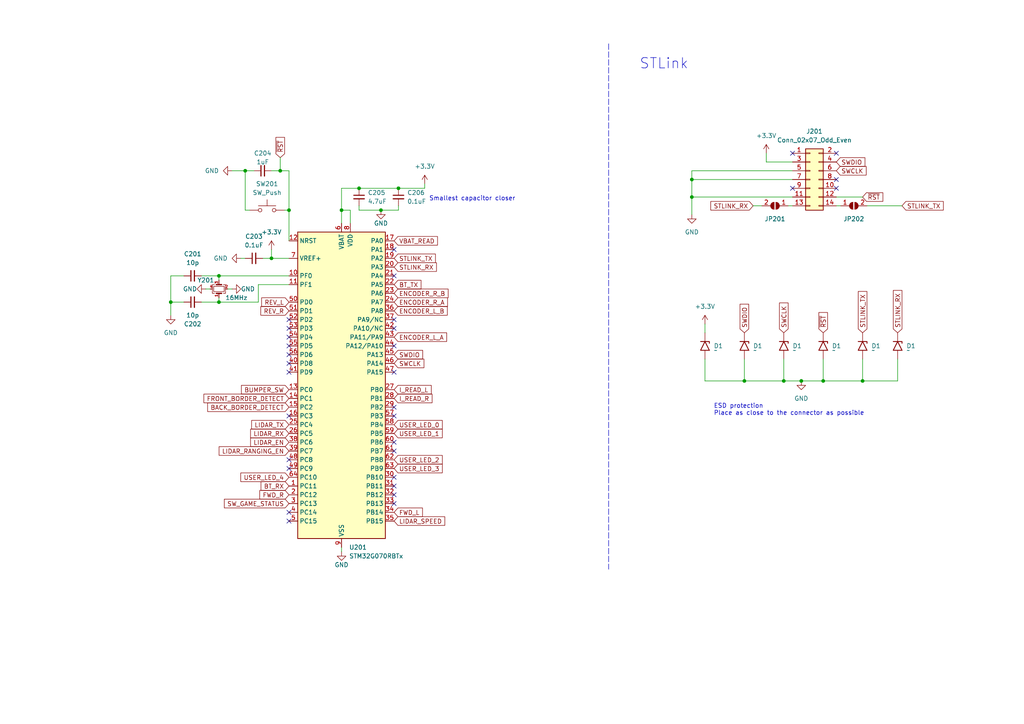
<source format=kicad_sch>
(kicad_sch (version 20230121) (generator eeschema)
  (paper "A4")
  (title_block (title "robot chat STM") (date "2023-09-19") (rev "1.0") (company "ENSEA"))
  (lib_symbols
    (symbol "Connector_Generic:Conn_02x07_Odd_Even" (pin_names (offset 1.016) hide)
      (property "Reference" "J" (at 1.27 10.16 0))
      (property "Value" "Conn_02x07_Odd_Even" (at 1.27 -10.16 0))
      (symbol "Conn_02x07_Odd_Even_1_1"
        (rectangle (start -1.27 -7.493) (end 0 -7.747) (stroke (width 0.1524)))
        (rectangle (start -1.27 -4.953) (end 0 -5.207) (stroke (width 0.1524)))
        (rectangle (start -1.27 -2.413) (end 0 -2.667) (stroke (width 0.1524)))
        (rectangle (start -1.27 0.127) (end 0 -0.127) (stroke (width 0.1524)))
        (rectangle (start -1.27 2.667) (end 0 2.413) (stroke (width 0.1524)))
        (rectangle (start -1.27 5.207) (end 0 4.953) (stroke (width 0.1524)))
        (rectangle (start -1.27 7.747) (end 0 7.493) (stroke (width 0.1524)))
        (rectangle (start -1.27 8.89) (end 3.81 -8.89) (stroke (width 0.254)) (fill (type background)))
        (rectangle (start 3.81 -7.493) (end 2.54 -7.747) (stroke (width 0.1524)))
        (rectangle (start 3.81 -4.953) (end 2.54 -5.207) (stroke (width 0.1524)))
        (rectangle (start 3.81 -2.413) (end 2.54 -2.667) (stroke (width 0.1524)))
        (rectangle (start 3.81 0.127) (end 2.54 -0.127) (stroke (width 0.1524)))
        (rectangle (start 3.81 2.667) (end 2.54 2.413) (stroke (width 0.1524)))
        (rectangle (start 3.81 5.207) (end 2.54 4.953) (stroke (width 0.1524)))
        (rectangle (start 3.81 7.747) (end 2.54 7.493) (stroke (width 0.1524)))
        (pin passive line (at -5.08 7.62 0) (length 3.81) (name "Pin_1") (number "1"))
        (pin passive line (at 7.62 -2.54 180) (length 3.81) (name "Pin_10") (number "10"))
        (pin passive line (at -5.08 -5.08 0) (length 3.81) (name "Pin_11") (number "11"))
        (pin passive line (at 7.62 -5.08 180) (length 3.81) (name "Pin_12") (number "12"))
        (pin passive line (at -5.08 -7.62 0) (length 3.81) (name "Pin_13") (number "13"))
        (pin passive line (at 7.62 -7.62 180) (length 3.81) (name "Pin_14") (number "14"))
        (pin passive line (at 7.62 7.62 180) (length 3.81) (name "Pin_2") (number "2"))
        (pin passive line (at -5.08 5.08 0) (length 3.81) (name "Pin_3") (number "3"))
        (pin passive line (at 7.62 5.08 180) (length 3.81) (name "Pin_4") (number "4"))
        (pin passive line (at -5.08 2.54 0) (length 3.81) (name "Pin_5") (number "5"))
        (pin passive line (at 7.62 2.54 180) (length 3.81) (name "Pin_6") (number "6"))
        (pin passive line (at -5.08 0 0) (length 3.81) (name "Pin_7") (number "7"))
        (pin passive line (at 7.62 0 180) (length 3.81) (name "Pin_8") (number "8"))
        (pin passive line (at -5.08 -2.54 0) (length 3.81) (name "Pin_9") (number "9"))
      )
    )
    (symbol "Device:C_Small" (pin_numbers hide) (pin_names (offset 0.254) hide)
      (property "Reference" "C" (at 0.254 1.778 0))
      (property "Value" "C_Small" (at 0.254 -2.032 0))
      (symbol "C_Small_0_1"
        (polyline (pts (xy -1.524 -0.508) (xy 1.524 -0.508)) (stroke (width 0.3302)))
        (polyline (pts (xy -1.524 0.508) (xy 1.524 0.508)) (stroke (width 0.3048)))
      )
      (symbol "C_Small_1_1"
        (pin passive line (at 0 2.54 270) (length 2.032) (name "~") (number "1"))
        (pin passive line (at 0 -2.54 90) (length 2.032) (name "~") (number "2"))
      )
    )
    (symbol "Device:Crystal_GND24_Small" (pin_names (offset 1.016) hide)
      (property "Reference" "Y" (at 1.27 4.445 0))
      (property "Value" "Crystal_GND24_Small" (at 1.27 2.54 0))
      (symbol "Crystal_GND24_Small_0_1"
        (rectangle (start -0.762 -1.524) (end 0.762 1.524))
        (polyline (pts (xy -1.27 -0.762) (xy -1.27 0.762)) (stroke (width 0.381)))
        (polyline (pts (xy 1.27 -0.762) (xy 1.27 0.762)) (stroke (width 0.381)))
        (polyline (pts (xy -1.27 -1.27) (xy -1.27 -1.905) (xy 1.27 -1.905) (xy 1.27 -1.27)))
        (polyline (pts (xy -1.27 1.27) (xy -1.27 1.905) (xy 1.27 1.905) (xy 1.27 1.27)))
      )
      (symbol "Crystal_GND24_Small_1_1"
        (pin passive line (at -2.54 0 0) (length 1.27) (name "1") (number "1"))
        (pin passive line (at 0 -2.54 90) (length 0.635) (name "2") (number "2"))
        (pin passive line (at 2.54 0 180) (length 1.27) (name "3") (number "3"))
        (pin passive line (at 0 2.54 270) (length 0.635) (name "4") (number "4"))
      )
    )
    (symbol "Diode:1N62xxA" (pin_numbers hide) (pin_names (offset 1.016) hide)
      (property "Reference" "D" (at 0 2.54 0))
      (property "Value" "1N62xxA" (at 0 -2.54 0))
      (symbol "1N62xxA_0_1"
        (polyline (pts (xy -0.762 1.27) (xy -1.27 1.27) (xy -1.27 -1.27)) (stroke (width 0.254)))
        (polyline (pts (xy 1.27 1.27) (xy 1.27 -1.27) (xy -1.27 0) (xy 1.27 1.27)) (stroke (width 0.254)))
      )
      (symbol "1N62xxA_1_1"
        (pin passive line (at -3.81 0 0) (length 2.54) (name "A1") (number "1"))
        (pin passive line (at 3.81 0 180) (length 2.54) (name "A2") (number "2"))
      )
    )
    (symbol "Jumper:SolderJumper_2_Open" (pin_names (offset 0) hide)
      (property "Reference" "JP" (at 0 2.032 0))
      (property "Value" "SolderJumper_2_Open" (at 0 -2.54 0))
      (symbol "SolderJumper_2_Open_0_1"
        (arc (start -0.254 1.016) (mid -1.2656 0) (end -0.254 -1.016))
        (arc (start -0.254 1.016) (mid -1.2656 0) (end -0.254 -1.016) (fill (type outline)))
        (polyline (pts (xy -0.254 1.016) (xy -0.254 -1.016)))
        (polyline (pts (xy 0.254 1.016) (xy 0.254 -1.016)))
        (arc (start 0.254 -1.016) (mid 1.2656 0) (end 0.254 1.016))
        (arc (start 0.254 -1.016) (mid 1.2656 0) (end 0.254 1.016) (fill (type outline)))
      )
      (symbol "SolderJumper_2_Open_1_1"
        (pin passive line (at -3.81 0 0) (length 2.54) (name "A") (number "1"))
        (pin passive line (at 3.81 0 180) (length 2.54) (name "B") (number "2"))
      )
    )
    (symbol "MCU_ST_STM32G0:STM32G070RBTx"
      (property "Reference" "U" (at -12.7 46.99 0))
      (property "Value" "STM32G070RBTx" (at 5.08 46.99 0))
      (symbol "STM32G070RBTx_0_1"
        (rectangle (start -12.7 -43.18) (end 12.7 45.72) (stroke (width 0.254)) (fill (type background)))
      )
      (symbol "STM32G070RBTx_1_1"
        (pin bidirectional line (at -15.24 -27.94 0) (length 2.54) (name "PC11") (number "1"))
        (pin bidirectional line (at -15.24 33.02 0) (length 2.54) (name "PF0") (number "10"))
        (pin bidirectional line (at -15.24 30.48 0) (length 2.54) (name "PF1") (number "11"))
        (pin input line (at -15.24 43.18 0) (length 2.54) (name "NRST") (number "12"))
        (pin bidirectional line (at -15.24 0 0) (length 2.54) (name "PC0") (number "13"))
        (pin bidirectional line (at -15.24 -2.54 0) (length 2.54) (name "PC1") (number "14"))
        (pin bidirectional line (at -15.24 -5.08 0) (length 2.54) (name "PC2") (number "15"))
        (pin bidirectional line (at -15.24 -7.62 0) (length 2.54) (name "PC3") (number "16"))
        (pin bidirectional line (at 15.24 43.18 180) (length 2.54) (name "PA0") (number "17"))
        (pin bidirectional line (at 15.24 40.64 180) (length 2.54) (name "PA1") (number "18"))
        (pin bidirectional line (at 15.24 38.1 180) (length 2.54) (name "PA2") (number "19"))
        (pin bidirectional line (at -15.24 -30.48 0) (length 2.54) (name "PC12") (number "2"))
        (pin bidirectional line (at 15.24 35.56 180) (length 2.54) (name "PA3") (number "20"))
        (pin bidirectional line (at 15.24 33.02 180) (length 2.54) (name "PA4") (number "21"))
        (pin bidirectional line (at 15.24 30.48 180) (length 2.54) (name "PA5") (number "22"))
        (pin bidirectional line (at 15.24 27.94 180) (length 2.54) (name "PA6") (number "23"))
        (pin bidirectional line (at 15.24 25.4 180) (length 2.54) (name "PA7") (number "24"))
        (pin bidirectional line (at -15.24 -10.16 0) (length 2.54) (name "PC4") (number "25"))
        (pin bidirectional line (at -15.24 -12.7 0) (length 2.54) (name "PC5") (number "26"))
        (pin bidirectional line (at 15.24 0 180) (length 2.54) (name "PB0") (number "27"))
        (pin bidirectional line (at 15.24 -2.54 180) (length 2.54) (name "PB1") (number "28"))
        (pin bidirectional line (at 15.24 -5.08 180) (length 2.54) (name "PB2") (number "29"))
        (pin bidirectional line (at -15.24 -33.02 0) (length 2.54) (name "PC13") (number "3"))
        (pin bidirectional line (at 15.24 -25.4 180) (length 2.54) (name "PB10") (number "30"))
        (pin bidirectional line (at 15.24 -27.94 180) (length 2.54) (name "PB11") (number "31"))
        (pin bidirectional line (at 15.24 -30.48 180) (length 2.54) (name "PB12") (number "32"))
        (pin bidirectional line (at 15.24 -33.02 180) (length 2.54) (name "PB13") (number "33"))
        (pin bidirectional line (at 15.24 -35.56 180) (length 2.54) (name "PB14") (number "34"))
        (pin bidirectional line (at 15.24 -38.1 180) (length 2.54) (name "PB15") (number "35"))
        (pin bidirectional line (at 15.24 22.86 180) (length 2.54) (name "PA8") (number "36"))
        (pin bidirectional line (at 15.24 20.32 180) (length 2.54) (name "PA9/NC") (number "37"))
        (pin bidirectional line (at -15.24 -15.24 0) (length 2.54) (name "PC6") (number "38"))
        (pin bidirectional line (at -15.24 -17.78 0) (length 2.54) (name "PC7") (number "39"))
        (pin bidirectional line (at -15.24 -35.56 0) (length 2.54) (name "PC14") (number "4"))
        (pin bidirectional line (at -15.24 7.62 0) (length 2.54) (name "PD8") (number "40"))
        (pin bidirectional line (at -15.24 5.08 0) (length 2.54) (name "PD9") (number "41"))
        (pin bidirectional line (at 15.24 17.78 180) (length 2.54) (name "PA10/NC") (number "42"))
        (pin bidirectional line (at 15.24 15.24 180) (length 2.54) (name "PA11/PA9") (number "43"))
        (pin bidirectional line (at 15.24 12.7 180) (length 2.54) (name "PA12/PA10") (number "44"))
        (pin bidirectional line (at 15.24 10.16 180) (length 2.54) (name "PA13") (number "45"))
        (pin bidirectional line (at 15.24 7.62 180) (length 2.54) (name "PA14") (number "46"))
        (pin bidirectional line (at 15.24 5.08 180) (length 2.54) (name "PA15") (number "47"))
        (pin bidirectional line (at -15.24 -20.32 0) (length 2.54) (name "PC8") (number "48"))
        (pin bidirectional line (at -15.24 -22.86 0) (length 2.54) (name "PC9") (number "49"))
        (pin bidirectional line (at -15.24 -38.1 0) (length 2.54) (name "PC15") (number "5"))
        (pin bidirectional line (at -15.24 25.4 0) (length 2.54) (name "PD0") (number "50"))
        (pin bidirectional line (at -15.24 22.86 0) (length 2.54) (name "PD1") (number "51"))
        (pin bidirectional line (at -15.24 20.32 0) (length 2.54) (name "PD2") (number "52"))
        (pin bidirectional line (at -15.24 17.78 0) (length 2.54) (name "PD3") (number "53"))
        (pin bidirectional line (at -15.24 15.24 0) (length 2.54) (name "PD4") (number "54"))
        (pin bidirectional line (at -15.24 12.7 0) (length 2.54) (name "PD5") (number "55"))
        (pin bidirectional line (at -15.24 10.16 0) (length 2.54) (name "PD6") (number "56"))
        (pin bidirectional line (at 15.24 -7.62 180) (length 2.54) (name "PB3") (number "57"))
        (pin bidirectional line (at 15.24 -10.16 180) (length 2.54) (name "PB4") (number "58"))
        (pin bidirectional line (at 15.24 -12.7 180) (length 2.54) (name "PB5") (number "59"))
        (pin power_in line (at 0 48.26 270) (length 2.54) (name "VBAT") (number "6"))
        (pin bidirectional line (at 15.24 -15.24 180) (length 2.54) (name "PB6") (number "60"))
        (pin bidirectional line (at 15.24 -17.78 180) (length 2.54) (name "PB7") (number "61"))
        (pin bidirectional line (at 15.24 -20.32 180) (length 2.54) (name "PB8") (number "62"))
        (pin bidirectional line (at 15.24 -22.86 180) (length 2.54) (name "PB9") (number "63"))
        (pin bidirectional line (at -15.24 -25.4 0) (length 2.54) (name "PC10") (number "64"))
        (pin input line (at -15.24 38.1 0) (length 2.54) (name "VREF+") (number "7"))
        (pin power_in line (at 2.54 48.26 270) (length 2.54) (name "VDD") (number "8"))
        (pin power_in line (at 0 -45.72 90) (length 2.54) (name "VSS") (number "9"))
      )
    )
    (symbol "Switch:SW_Push" (pin_numbers hide) (pin_names (offset 1.016) hide)
      (property "Reference" "SW" (at 1.27 2.54 0))
      (property "Value" "SW_Push" (at 0 -1.524 0))
      (symbol "SW_Push_0_1"
        (circle (center -2.032 0) (radius 0.508))
        (polyline (pts (xy 0 1.27) (xy 0 3.048)))
        (polyline (pts (xy 2.54 1.27) (xy -2.54 1.27)))
        (circle (center 2.032 0) (radius 0.508))
        (pin passive line (at -5.08 0 0) (length 2.54) (name "1") (number "1"))
        (pin passive line (at 5.08 0 180) (length 2.54) (name "2") (number "2"))
      )
    )
    (symbol "power:+3.3V" (power) (pin_names (offset 0))
      (property "Value" "+3.3V" (at 0 3.556 0))
      (symbol "+3.3V_0_1"
        (polyline (pts (xy -0.762 1.27) (xy 0 2.54)))
        (polyline (pts (xy 0 0) (xy 0 2.54)))
        (polyline (pts (xy 0 2.54) (xy 0.762 1.27)))
      )
      (symbol "+3.3V_1_1"
        (pin power_in line (at 0 0 90) (length 0) hide (name "+3.3V") (number "1"))
      )
    )
    (symbol "power:GND" (power) (pin_names (offset 0))
      (property "Value" "GND" (at 0 -3.81 0))
      (symbol "GND_0_1"
        (polyline (pts (xy 0 0) (xy 0 -1.27) (xy 1.27 -1.27) (xy 0 -2.54) (xy -1.27 -1.27) (xy 0 -1.27)))
      )
      (symbol "GND_1_1"
        (pin power_in line (at 0 0 270) (length 0) hide (name "GND") (number "1"))
      )
    )
  )
  (junction (at 78.74 74.93))
  (junction (at 227.33 110.49))
  (junction (at 200.66 57.15))
  (junction (at 71.12 49.53))
  (junction (at 238.76 110.49))
  (junction (at 81.28 49.53))
  (junction (at 250.19 110.49))
  (junction (at 104.14 54.61))
  (junction (at 200.66 52.07))
  (junction (at 83.82 60.96))
  (junction (at 110.49 60.96))
  (junction (at 115.57 54.61))
  (junction (at 99.06 60.96))
  (junction (at 63.5 80.01))
  (junction (at 232.41 110.49))
  (junction (at 215.9 110.49))
  (junction (at 49.53 87.63))
  (junction (at 63.5 87.63))
  (no_connect (at 114.3 130.81))
  (no_connect (at 114.3 118.11))
  (no_connect (at 83.82 107.95))
  (no_connect (at 242.57 44.45))
  (no_connect (at 83.82 92.71))
  (no_connect (at 114.3 128.27))
  (no_connect (at 242.57 54.61))
  (no_connect (at 114.3 107.95))
  (no_connect (at 229.87 54.61))
  (no_connect (at 114.3 95.25))
  (no_connect (at 83.82 95.25))
  (no_connect (at 83.82 120.65))
  (no_connect (at 83.82 148.59))
  (no_connect (at 114.3 92.71))
  (no_connect (at 83.82 133.35))
  (no_connect (at 83.82 105.41))
  (no_connect (at 114.3 80.01))
  (no_connect (at 114.3 143.51))
  (no_connect (at 83.82 100.33))
  (no_connect (at 114.3 138.43))
  (no_connect (at 83.82 102.87))
  (no_connect (at 83.82 97.79))
  (no_connect (at 114.3 146.05))
  (no_connect (at 114.3 100.33))
  (no_connect (at 83.82 135.89))
  (no_connect (at 83.82 151.13))
  (no_connect (at 114.3 140.97))
  (no_connect (at 114.3 120.65))
  (no_connect (at 242.57 52.07))
  (no_connect (at 114.3 72.39))
  (no_connect (at 229.87 44.45))
  (wire (pts (xy 242.57 59.69) (xy 243.84 59.69)))
  (polyline (pts (xy 176.53 81.28) (xy 176.53 165.1)) (stroke (width 0) (type dash)))
  (wire (pts (xy 200.66 52.07) (xy 229.87 52.07)))
  (wire (pts (xy 63.5 86.36) (xy 63.5 87.63)))
  (wire (pts (xy 238.76 104.14) (xy 238.76 110.49)))
  (wire (pts (xy 78.74 49.53) (xy 81.28 49.53)))
  (wire (pts (xy 204.47 110.49) (xy 215.9 110.49)))
  (wire (pts (xy 71.12 49.53) (xy 73.66 49.53)))
  (wire (pts (xy 227.33 110.49) (xy 227.33 104.14)))
  (wire (pts (xy 78.74 72.39) (xy 78.74 74.93)))
  (wire (pts (xy 58.42 80.01) (xy 63.5 80.01)))
  (wire (pts (xy 204.47 104.14) (xy 204.47 110.49)))
  (wire (pts (xy 49.53 80.01) (xy 49.53 87.63)))
  (wire (pts (xy 200.66 57.15) (xy 229.87 57.15)))
  (wire (pts (xy 123.19 53.34) (xy 123.19 54.61)))
  (wire (pts (xy 215.9 110.49) (xy 215.9 104.14)))
  (wire (pts (xy 69.85 74.93) (xy 71.12 74.93)))
  (wire (pts (xy 63.5 80.01) (xy 63.5 81.28)))
  (wire (pts (xy 99.06 54.61) (xy 104.14 54.61)))
  (wire (pts (xy 78.74 74.93) (xy 83.82 74.93)))
  (wire (pts (xy 59.69 83.82) (xy 60.96 83.82)))
  (wire (pts (xy 200.66 62.23) (xy 200.66 57.15)))
  (wire (pts (xy 63.5 87.63) (xy 74.93 87.63)))
  (wire (pts (xy 110.49 60.96) (xy 115.57 60.96)))
  (wire (pts (xy 99.06 158.75) (xy 99.06 160.02)))
  (wire (pts (xy 232.41 110.49) (xy 238.76 110.49)))
  (wire (pts (xy 99.06 64.77) (xy 99.06 60.96)))
  (wire (pts (xy 99.06 60.96) (xy 99.06 54.61)))
  (wire (pts (xy 218.44 59.69) (xy 220.98 59.69)))
  (wire (pts (xy 66.04 83.82) (xy 67.31 83.82)))
  (wire (pts (xy 115.57 60.96) (xy 115.57 59.69)))
  (wire (pts (xy 222.25 46.99) (xy 229.87 46.99)))
  (wire (pts (xy 227.33 110.49) (xy 232.41 110.49)))
  (polyline (pts (xy 176.53 12.7) (xy 176.53 81.28)) (stroke (width 0) (type dash)))
  (wire (pts (xy 200.66 49.53) (xy 200.66 52.07)))
  (wire (pts (xy 71.12 49.53) (xy 71.12 60.96)))
  (wire (pts (xy 49.53 87.63) (xy 53.34 87.63)))
  (wire (pts (xy 250.19 110.49) (xy 238.76 110.49)))
  (wire (pts (xy 82.55 60.96) (xy 83.82 60.96)))
  (wire (pts (xy 49.53 87.63) (xy 49.53 91.44)))
  (wire (pts (xy 250.19 104.14) (xy 250.19 110.49)))
  (wire (pts (xy 104.14 54.61) (xy 115.57 54.61)))
  (wire (pts (xy 204.47 93.98) (xy 204.47 96.52)))
  (wire (pts (xy 53.34 80.01) (xy 49.53 80.01)))
  (wire (pts (xy 81.28 45.72) (xy 81.28 49.53)))
  (wire (pts (xy 83.82 60.96) (xy 83.82 69.85)))
  (wire (pts (xy 83.82 49.53) (xy 83.82 60.96)))
  (wire (pts (xy 104.14 59.69) (xy 104.14 60.96)))
  (wire (pts (xy 101.6 60.96) (xy 99.06 60.96)))
  (wire (pts (xy 63.5 80.01) (xy 83.82 80.01)))
  (wire (pts (xy 250.19 57.15) (xy 242.57 57.15)))
  (wire (pts (xy 229.87 49.53) (xy 200.66 49.53)))
  (wire (pts (xy 260.35 110.49) (xy 250.19 110.49)))
  (wire (pts (xy 71.12 60.96) (xy 72.39 60.96)))
  (wire (pts (xy 74.93 87.63) (xy 74.93 82.55)))
  (wire (pts (xy 67.31 49.53) (xy 71.12 49.53)))
  (wire (pts (xy 260.35 104.14) (xy 260.35 110.49)))
  (wire (pts (xy 228.6 59.69) (xy 229.87 59.69)))
  (wire (pts (xy 74.93 82.55) (xy 83.82 82.55)))
  (wire (pts (xy 222.25 44.45) (xy 222.25 46.99)))
  (wire (pts (xy 104.14 60.96) (xy 110.49 60.96)))
  (wire (pts (xy 58.42 87.63) (xy 63.5 87.63)))
  (wire (pts (xy 81.28 49.53) (xy 83.82 49.53)))
  (wire (pts (xy 200.66 57.15) (xy 200.66 52.07)))
  (wire (pts (xy 101.6 64.77) (xy 101.6 60.96)))
  (wire (pts (xy 215.9 110.49) (xy 227.33 110.49)))
  (wire (pts (xy 251.46 59.69) (xy 261.62 59.69)))
  (wire (pts (xy 76.2 74.93) (xy 78.74 74.93)))
  (wire (pts (xy 123.19 54.61) (xy 115.57 54.61)))
  (text "Smallest capacitor closer" (at 124.46 58.42 0) (effects (font (size 1.27 1.27)) (justify left bottom)))
  (text "STLink" (at 185.42 20.32 0) (effects (font (size 3 3)) (justify left bottom)))
  (text "ESD protection\nPlace as close to the connector as possible" (at 207.01 120.65 0) (effects (font (size 1.27 1.27)) (justify left bottom)))
  (global_label "BT_TX" (shape input) (at 114.3 82.55 0) (property "Intersheetrefs" "${INTERSHEET_REFS}" (effects hide)))
  (global_label "~{RST}" (shape input) (at 238.76 96.52 90) (property "Intersheetrefs" "${INTERSHEET_REFS}" (effects hide)))
  (global_label "STLINK_TX" (shape input) (at 250.19 96.52 90) (property "Intersheetrefs" "${INTERSHEET_REFS}" (effects hide)))
  (global_label "SWDIO" (shape input) (at 215.9 96.52 90) (property "Intersheetrefs" "${INTERSHEET_REFS}" (effects hide)))
  (global_label "SWDIO" (shape input) (at 242.57 46.99 0) (property "Intersheetrefs" "${INTERSHEET_REFS}" (effects hide)))
  (global_label "STLINK_RX" (shape input) (at 218.44 59.69 180) (property "Intersheetrefs" "${INTERSHEET_REFS}" (effects hide)))
  (global_label "FWD_R" (shape input) (at 83.82 143.51 180) (property "Intersheetrefs" "${INTERSHEET_REFS}" (effects hide)))
  (global_label "ENCODER_L_A" (shape input) (at 114.3 97.79 0) (property "Intersheetrefs" "${INTERSHEET_REFS}" (effects hide)))
  (global_label "~{RST}" (shape input) (at 81.28 45.72 90) (property "Intersheetrefs" "${INTERSHEET_REFS}" (effects hide)))
  (global_label "ENCODER_R_B" (shape input) (at 114.3 85.09 0) (property "Intersheetrefs" "${INTERSHEET_REFS}" (effects hide)))
  (global_label "SWCLK" (shape input) (at 227.33 96.52 90) (property "Intersheetrefs" "${INTERSHEET_REFS}" (effects hide)))
  (global_label "BT_RX" (shape input) (at 83.82 140.97 180) (property "Intersheetrefs" "${INTERSHEET_REFS}" (effects hide)))
  (global_label "~{RST}" (shape input) (at 250.19 57.15 0) (property "Intersheetrefs" "${INTERSHEET_REFS}" (effects hide)))
  (global_label "BACK_BORDER_DETECT" (shape input) (at 83.82 118.11 180) (property "Intersheetrefs" "${INTERSHEET_REFS}" (effects hide)))
  (global_label "STLINK_TX" (shape input) (at 261.62 59.69 0) (property "Intersheetrefs" "${INTERSHEET_REFS}" (effects hide)))
  (global_label "USER_LED_0" (shape input) (at 114.3 123.19 0) (property "Intersheetrefs" "${INTERSHEET_REFS}" (effects hide)))
  (global_label "REV_R" (shape input) (at 83.82 90.17 180) (property "Intersheetrefs" "${INTERSHEET_REFS}" (effects hide)))
  (global_label "LIDAR_EN" (shape input) (at 83.82 128.27 180) (property "Intersheetrefs" "${INTERSHEET_REFS}" (effects hide)))
  (global_label "FWD_L" (shape input) (at 114.3 148.59 0) (property "Intersheetrefs" "${INTERSHEET_REFS}" (effects hide)))
  (global_label "LIDAR_RX" (shape input) (at 83.82 125.73 180) (property "Intersheetrefs" "${INTERSHEET_REFS}" (effects hide)))
  (global_label "LIDAR_SPEED" (shape input) (at 114.3 151.13 0) (property "Intersheetrefs" "${INTERSHEET_REFS}" (effects hide)))
  (global_label "USER_LED_4" (shape input) (at 83.82 138.43 180) (property "Intersheetrefs" "${INTERSHEET_REFS}" (effects hide)))
  (global_label "STLINK_RX" (shape input) (at 114.3 77.47 0) (property "Intersheetrefs" "${INTERSHEET_REFS}" (effects hide)))
  (global_label "I_READ_R" (shape input) (at 114.3 115.57 0) (property "Intersheetrefs" "${INTERSHEET_REFS}" (effects hide)))
  (global_label "USER_LED_1" (shape input) (at 114.3 125.73 0) (property "Intersheetrefs" "${INTERSHEET_REFS}" (effects hide)))
  (global_label "BUMPER_SW" (shape input) (at 83.82 113.03 180) (property "Intersheetrefs" "${INTERSHEET_REFS}" (effects hide)))
  (global_label "LIDAR_TX" (shape input) (at 83.82 123.19 180) (property "Intersheetrefs" "${INTERSHEET_REFS}" (effects hide)))
  (global_label "SWDIO" (shape input) (at 114.3 102.87 0) (property "Intersheetrefs" "${INTERSHEET_REFS}" (effects hide)))
  (global_label "I_READ_L" (shape input) (at 114.3 113.03 0) (property "Intersheetrefs" "${INTERSHEET_REFS}" (effects hide)))
  (global_label "SWCLK" (shape input) (at 114.3 105.41 0) (property "Intersheetrefs" "${INTERSHEET_REFS}" (effects hide)))
  (global_label "ENCODER_R_A" (shape input) (at 114.3 87.63 0) (property "Intersheetrefs" "${INTERSHEET_REFS}" (effects hide)))
  (global_label "SW_GAME_STATUS" (shape input) (at 83.82 146.05 180) (property "Intersheetrefs" "${INTERSHEET_REFS}" (effects hide)))
  (global_label "STLINK_RX" (shape input) (at 260.35 96.52 90) (property "Intersheetrefs" "${INTERSHEET_REFS}" (effects hide)))
  (global_label "ENCODER_L_B" (shape input) (at 114.3 90.17 0) (property "Intersheetrefs" "${INTERSHEET_REFS}" (effects hide)))
  (global_label "USER_LED_3" (shape input) (at 114.3 135.89 0) (property "Intersheetrefs" "${INTERSHEET_REFS}" (effects hide)))
  (global_label "USER_LED_2" (shape input) (at 114.3 133.35 0) (property "Intersheetrefs" "${INTERSHEET_REFS}" (effects hide)))
  (global_label "VBAT_READ" (shape input) (at 114.3 69.85 0) (property "Intersheetrefs" "${INTERSHEET_REFS}" (effects hide)))
  (global_label "REV_L" (shape input) (at 83.82 87.63 180) (property "Intersheetrefs" "${INTERSHEET_REFS}" (effects hide)))
  (global_label "STLINK_TX" (shape input) (at 114.3 74.93 0) (property "Intersheetrefs" "${INTERSHEET_REFS}" (effects hide)))
  (global_label "FRONT_BORDER_DETECT" (shape input) (at 83.82 115.57 180) (property "Intersheetrefs" "${INTERSHEET_REFS}" (effects hide)))
  (global_label "LIDAR_RANGING_EN" (shape input) (at 83.82 130.81 180) (property "Intersheetrefs" "${INTERSHEET_REFS}" (effects hide)))
  (global_label "SWCLK" (shape input) (at 242.57 49.53 0) (property "Intersheetrefs" "${INTERSHEET_REFS}" (effects hide)))
  (symbol (lib_id "MCU_ST_STM32G0:STM32G070RBTx") (at 99.06 113.03 0) (unit 1)
    (property "Reference" "U201" (at 101.2541 158.75 0) (effects (justify left)))
    (property "Value" "STM32G070RBTx" (at 101.2541 161.29 0) (effects (justify left)))
    (property "Footprint" "Package_QFP:LQFP-64_10x10mm_P0.5mm" (effects hide))
    (property "Datasheet" "https://www.st.com/resource/en/datasheet/stm32g070rb.pdf" (effects hide))
  )
  (symbol (lib_id "power:GND") (at 232.41 110.49 0) (unit 1)
    (property "Reference" "#PWR0213" (effects hide))
    (property "Value" "GND" (at 232.41 115.57 0))
  )
  (symbol (lib_id "power:+3.3V") (at 204.47 93.98 0) (unit 1)
    (property "Reference" "#PWR0211" (effects hide))
    (property "Value" "+3.3V" (at 204.47 88.9 0))
  )
  (symbol (lib_id "power:+3.3V") (at 222.25 44.45 0) (unit 1)
    (property "Reference" "#PWR0212" (effects hide))
    (property "Value" "+3.3V" (at 222.25 39.37 0))
  )
  (symbol (lib_id "Device:C_Small") (at 76.2 49.53 90) (mirror x) (unit 1)
    (property "Reference" "C204" (at 76.2 44.45 90))
    (property "Value" "1uF" (at 76.2 46.99 90))
    (property "Footprint" "Capacitor_SMD:C_0603_1608Metric" (effects hide))
  )
  (symbol (lib_id "Diode:1N62xxA") (at 204.47 100.33 270) (unit 1)
    (property "Reference" "D1" (at 207.01 100.33 90) (effects (justify left)))
    (property "Value" "~" (at 207.01 101.6 90) (effects (justify left)))
    (property "Footprint" "Diode_SMD:D_SOD-923" (effects hide))
    (instances (project "robot_chat" (path "" (reference "D1") (unit 1)) (path "" (reference "D201") (unit 1))))
  )
  (symbol (lib_id "power:GND") (at 67.31 49.53 270) (unit 1)
    (property "Reference" "#PWR0203" (effects hide))
    (property "Value" "GND" (at 63.5 49.53 90) (effects (justify right)))
  )
  (symbol (lib_id "Device:C_Small") (at 104.14 57.15 0) (unit 1)
    (property "Reference" "C205" (at 106.68 55.8863 0) (effects (justify left)))
    (property "Value" "4.7uF" (at 106.68 58.4263 0) (effects (justify left)))
    (property "Footprint" "Capacitor_SMD:C_0603_1608Metric" (effects hide))
  )
  (symbol (lib_id "Jumper:SolderJumper_2_Open") (at 247.65 59.69 0) (mirror x) (unit 1)
    (property "Reference" "JP202" (at 247.65 63.5 0))
    (property "Value" "SolderJumper_2_Open" (effects hide))
    (property "Footprint" "Jumper:SolderJumper-2_P1.3mm_Open_TrianglePad1.0x1.5mm" (effects hide))
  )
  (symbol (lib_id "Diode:1N62xxA") (at 215.9 100.33 270) (unit 1)
    (property "Reference" "D1" (at 218.44 100.33 90) (effects (justify left)))
    (property "Value" "~" (at 218.44 101.6 90) (effects (justify left)))
    (property "Footprint" "Diode_SMD:D_SOD-923" (effects hide))
    (instances (project "robot_chat" (path "" (reference "D1") (unit 1)) (path "" (reference "D202") (unit 1))))
  )
  (symbol (lib_id "Jumper:SolderJumper_2_Open") (at 224.79 59.69 180) (unit 1)
    (property "Reference" "JP201" (at 224.79 63.5 0))
    (property "Value" "SolderJumper_2_Open" (effects hide))
    (property "Footprint" "Jumper:SolderJumper-2_P1.3mm_Open_TrianglePad1.0x1.5mm" (effects hide))
  )
  (symbol (lib_id "Connector_Generic:Conn_02x07_Odd_Even") (at 234.95 52.07 0) (unit 1)
    (property "Reference" "J201" (at 236.22 38.1 0))
    (property "Value" "Conn_02x07_Odd_Even" (at 236.22 40.64 0))
    (property "Footprint" "Connector_PinHeader_1.27mm:PinHeader_2x07_P1.27mm_Vertical_SMD" (effects hide))
  )
  (symbol (lib_id "Diode:1N62xxA") (at 227.33 100.33 270) (unit 1)
    (property "Reference" "D1" (at 229.87 100.33 90) (effects (justify left)))
    (property "Value" "~" (at 229.87 101.6 90) (effects (justify left)))
    (property "Footprint" "Diode_SMD:D_SOD-923" (effects hide))
    (instances (project "robot_chat" (path "" (reference "D1") (unit 1)) (path "" (reference "D203") (unit 1))))
  )
  (symbol (lib_id "power:GND") (at 59.69 83.82 270) (unit 1)
    (property "Reference" "#PWR0202" (effects hide))
    (property "Value" "GND" (at 57.15 83.82 90) (effects (justify right)))
  )
  (symbol (lib_id "Diode:1N62xxA") (at 250.19 100.33 270) (unit 1)
    (property "Reference" "D1" (at 252.73 100.33 90) (effects (justify left)))
    (property "Value" "~" (at 252.73 101.6 90) (effects (justify left)))
    (property "Footprint" "Diode_SMD:D_SOD-923" (effects hide))
    (instances (project "robot_chat" (path "" (reference "D1") (unit 1)) (path "" (reference "D205") (unit 1))))
  )
  (symbol (lib_id "power:GND") (at 69.85 74.93 270) (unit 1)
    (property "Reference" "#PWR0205" (effects hide))
    (property "Value" "GND" (at 66.04 74.93 90) (effects (justify right)))
  )
  (symbol (lib_id "Device:C_Small") (at 115.57 57.15 0) (unit 1)
    (property "Reference" "C206" (at 118.11 55.8863 0) (effects (justify left)))
    (property "Value" "0.1uF" (at 118.11 58.4263 0) (effects (justify left)))
    (property "Footprint" "Capacitor_SMD:C_0603_1608Metric" (effects hide))
  )
  (symbol (lib_id "Diode:1N62xxA") (at 260.35 100.33 270) (unit 1)
    (property "Reference" "D1" (at 262.89 100.33 90) (effects (justify left)))
    (property "Value" "~" (at 262.89 101.6 90) (effects (justify left)))
    (property "Footprint" "Diode_SMD:D_SOD-923" (effects hide))
    (instances (project "robot_chat" (path "" (reference "D1") (unit 1)) (path "" (reference "D206") (unit 1))))
  )
  (symbol (lib_id "Device:C_Small") (at 55.88 80.01 90) (unit 1)
    (property "Reference" "C201" (at 55.8863 73.66 90))
    (property "Value" "10p" (at 55.8863 76.2 90))
    (property "Footprint" "Capacitor_SMD:C_0603_1608Metric" (effects hide))
  )
  (symbol (lib_id "power:GND") (at 49.53 91.44 0) (unit 1)
    (property "Reference" "#PWR0201" (effects hide))
    (property "Value" "GND" (at 49.53 96.52 0))
  )
  (symbol (lib_id "power:+3.3V") (at 123.19 53.34 0) (unit 1)
    (property "Reference" "#PWR0209" (effects hide))
    (property "Value" "+3.3V" (at 123.19 48.26 0))
  )
  (symbol (lib_id "power:GND") (at 67.31 83.82 90) (unit 1)
    (property "Reference" "#PWR0204" (effects hide))
    (property "Value" "GND" (at 69.85 83.82 90) (effects (justify right)))
  )
  (symbol (lib_id "power:GND") (at 200.66 62.23 0) (unit 1)
    (property "Reference" "#PWR0210" (effects hide))
    (property "Value" "GND" (at 200.66 67.31 0))
  )
  (symbol (lib_id "power:+3.3V") (at 78.74 72.39 0) (unit 1)
    (property "Reference" "#PWR0206" (effects hide))
    (property "Value" "+3.3V" (at 78.74 67.31 0))
  )
  (symbol (lib_id "Switch:SW_Push") (at 77.47 60.96 0) (unit 1)
    (property "Reference" "SW201" (at 77.47 53.34 0))
    (property "Value" "SW_Push" (at 77.47 55.88 0))
    (property "Footprint" "Button_Switch_SMD:SW_SPST_B3U-1000P" (effects hide))
  )
  (symbol (lib_id "power:GND") (at 99.06 160.02 0) (unit 1)
    (property "Reference" "#PWR0207" (effects hide))
    (property "Value" "GND" (at 99.06 163.83 0))
  )
  (symbol (lib_id "power:GND") (at 110.49 60.96 0) (unit 1)
    (property "Reference" "#PWR0208" (effects hide))
    (property "Value" "GND" (at 110.49 64.77 0))
  )
  (symbol (lib_id "Device:Crystal_GND24_Small") (at 63.5 83.82 90) (unit 1)
    (property "Reference" "Y201" (at 59.69 81.28 90))
    (property "Value" "16MHz" (at 68.58 86.36 90))
    (property "Footprint" "Crystal:Crystal_SMD_EuroQuartz_MT-4Pin_3.2x2.5mm" (effects hide))
  )
  (symbol (lib_id "Device:C_Small") (at 73.66 74.93 90) (unit 1)
    (property "Reference" "C203" (at 73.6663 68.58 90))
    (property "Value" "0.1uF" (at 73.6663 71.12 90))
    (property "Footprint" "Capacitor_SMD:C_0603_1608Metric" (effects hide))
  )
  (symbol (lib_id "Diode:1N62xxA") (at 238.76 100.33 270) (unit 1)
    (property "Reference" "D1" (at 241.3 100.33 90) (effects (justify left)))
    (property "Value" "~" (at 241.3 101.6 90) (effects (justify left)))
    (property "Footprint" "Diode_SMD:D_SOD-923" (effects hide))
    (instances (project "robot_chat" (path "" (reference "D1") (unit 1)) (path "" (reference "D204") (unit 1))))
  )
  (symbol (lib_id "Device:C_Small") (at 55.88 87.63 90) (mirror x) (unit 1)
    (property "Reference" "C202" (at 55.8863 93.98 90))
    (property "Value" "10p" (at 55.8863 91.44 90))
    (property "Footprint" "Capacitor_SMD:C_0603_1608Metric" (effects hide))
  )
)
</source>
